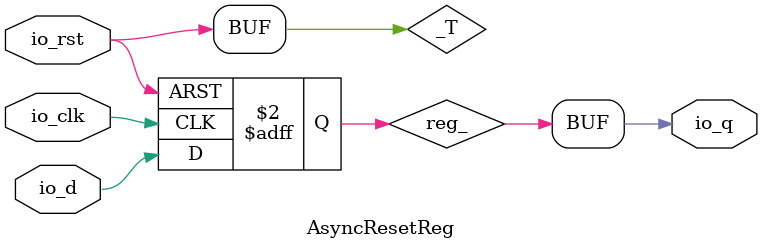
<source format=v>

module AsyncResetReg(
  input   io_d,
  output  io_q,
  input   io_clk,
  input   io_rst
);
  wire  _T;
  reg  reg_;
  reg [31:0] _RAND_0;
  assign _T = io_rst;
  assign io_q = reg_;
`ifdef RANDOMIZE_GARBAGE_ASSIGN
`define RANDOMIZE
`endif
`ifdef RANDOMIZE_INVALID_ASSIGN
`define RANDOMIZE
`endif
`ifdef RANDOMIZE_REG_INIT
`define RANDOMIZE
`endif
`ifdef RANDOMIZE_MEM_INIT
`define RANDOMIZE
`endif
`ifndef RANDOM
`define RANDOM $random
`endif
`ifdef RANDOMIZE_MEM_INIT
  integer initvar;
`endif
`ifndef SYNTHESIS
initial begin
  `ifdef RANDOMIZE
    `ifdef INIT_RANDOM
      `INIT_RANDOM
    `endif
    `ifndef VERILATOR
      `ifdef RANDOMIZE_DELAY
        #`RANDOMIZE_DELAY begin end
      `else
        #0.002 begin end
      `endif
    `endif
  `ifdef RANDOMIZE_REG_INIT
  _RAND_0 = {1{`RANDOM}};
  reg_ = _RAND_0[0:0];
  `endif // RANDOMIZE_REG_INIT
  `endif // RANDOMIZE
  if (_T) begin
    reg_ = 1'h1;
  end
end // initial
`endif // SYNTHESIS
  always @(posedge io_clk or posedge _T) begin
    if (_T) begin
      reg_ <= 1'h1;
    end else begin
      reg_ <= io_d;
    end
  end
endmodule

</source>
